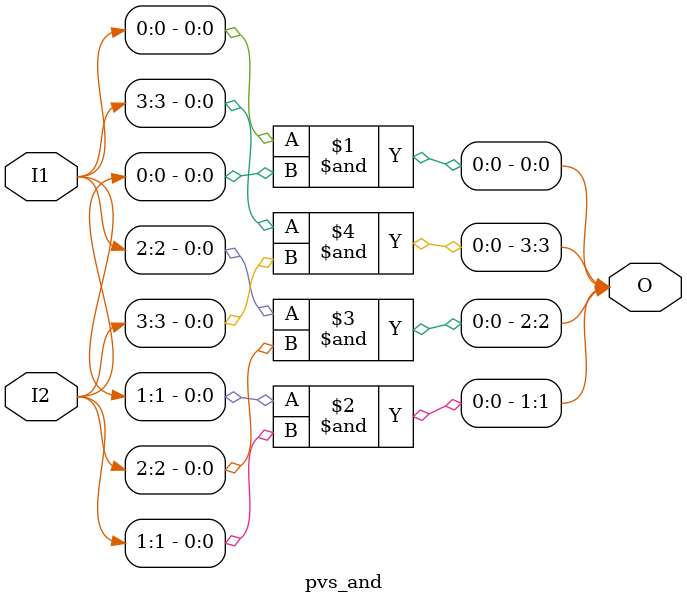
<source format=v>
module pvs_and (I1,I2,O); // 4 bit and gate
  input[3:0] I1,I2;
  output[3:0] O;
  and M1 (O[0],I1[0],I2[0]);
  and M2 (O[1],I1[1],I2[1]);
  and M3 (O[2],I1[2],I2[2]);
  and M4 (O[3],I1[3],I2[3]);
endmodule


</source>
